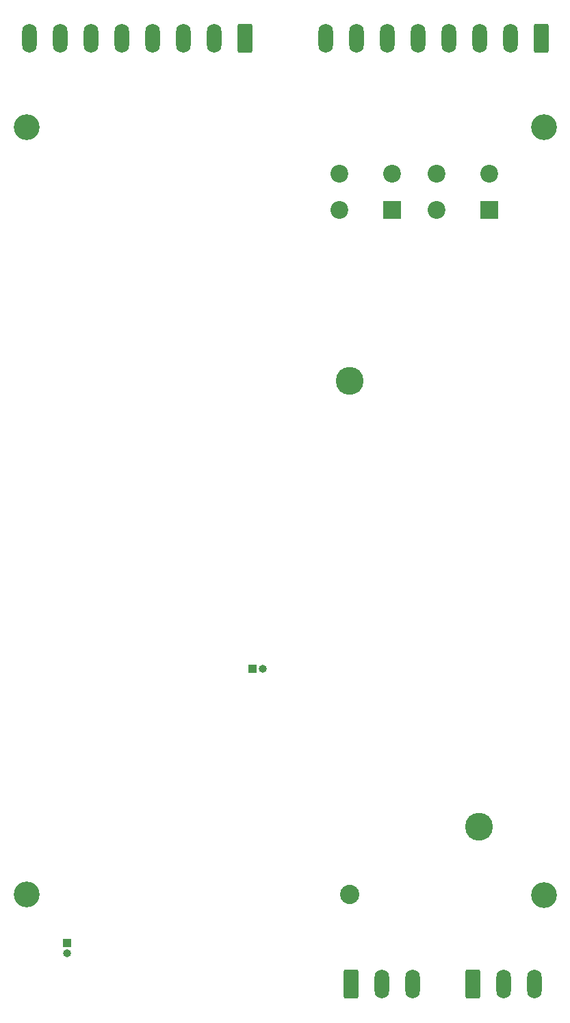
<source format=gbr>
G04 #@! TF.GenerationSoftware,KiCad,Pcbnew,8.0.5-8.0.5-0~ubuntu24.04.1*
G04 #@! TF.CreationDate,2024-10-12T21:44:42+03:00*
G04 #@! TF.ProjectId,esp32-main,65737033-322d-46d6-9169-6e2e6b696361,A*
G04 #@! TF.SameCoordinates,Original*
G04 #@! TF.FileFunction,Soldermask,Bot*
G04 #@! TF.FilePolarity,Negative*
%FSLAX46Y46*%
G04 Gerber Fmt 4.6, Leading zero omitted, Abs format (unit mm)*
G04 Created by KiCad (PCBNEW 8.0.5-8.0.5-0~ubuntu24.04.1) date 2024-10-12 21:44:42*
%MOMM*%
%LPD*%
G01*
G04 APERTURE LIST*
G04 Aperture macros list*
%AMRoundRect*
0 Rectangle with rounded corners*
0 $1 Rounding radius*
0 $2 $3 $4 $5 $6 $7 $8 $9 X,Y pos of 4 corners*
0 Add a 4 corners polygon primitive as box body*
4,1,4,$2,$3,$4,$5,$6,$7,$8,$9,$2,$3,0*
0 Add four circle primitives for the rounded corners*
1,1,$1+$1,$2,$3*
1,1,$1+$1,$4,$5*
1,1,$1+$1,$6,$7*
1,1,$1+$1,$8,$9*
0 Add four rect primitives between the rounded corners*
20,1,$1+$1,$2,$3,$4,$5,0*
20,1,$1+$1,$4,$5,$6,$7,0*
20,1,$1+$1,$6,$7,$8,$9,0*
20,1,$1+$1,$8,$9,$2,$3,0*%
G04 Aperture macros list end*
%ADD10RoundRect,0.250000X-0.650000X-1.550000X0.650000X-1.550000X0.650000X1.550000X-0.650000X1.550000X0*%
%ADD11O,1.800000X3.600000*%
%ADD12R,2.200000X2.200000*%
%ADD13C,2.200000*%
%ADD14C,3.200000*%
%ADD15R,1.000000X1.000000*%
%ADD16O,1.000000X1.000000*%
%ADD17RoundRect,0.250000X0.650000X1.550000X-0.650000X1.550000X-0.650000X-1.550000X0.650000X-1.550000X0*%
%ADD18C,2.390000*%
%ADD19C,3.450000*%
G04 APERTURE END LIST*
D10*
X153150000Y-147067500D03*
D11*
X156960000Y-147067500D03*
X160770000Y-147067500D03*
D10*
X168245000Y-147067500D03*
D11*
X172055000Y-147067500D03*
X175865000Y-147067500D03*
D12*
X170250000Y-51250000D03*
D13*
X163750000Y-51250000D03*
X170250000Y-46750000D03*
X163750000Y-46750000D03*
D12*
X158250000Y-51250000D03*
D13*
X151750000Y-51250000D03*
X158250000Y-46750000D03*
X151750000Y-46750000D03*
D14*
X177000000Y-41000000D03*
D15*
X118000000Y-142000000D03*
D16*
X118000000Y-143270000D03*
D14*
X113000000Y-41000000D03*
X177000000Y-136050000D03*
X113000000Y-136000000D03*
D17*
X140000000Y-30000000D03*
D11*
X136190000Y-30000000D03*
X132380000Y-30000000D03*
X128570000Y-30000000D03*
X124760000Y-30000000D03*
X120950000Y-30000000D03*
X117140000Y-30000000D03*
X113330000Y-30000000D03*
D18*
X153000000Y-135930000D03*
D19*
X169000000Y-127600000D03*
X153000000Y-72400000D03*
D17*
X176670000Y-30000000D03*
D11*
X172860000Y-30000000D03*
X169050000Y-30000000D03*
X165240000Y-30000000D03*
X161430000Y-30000000D03*
X157620000Y-30000000D03*
X153810000Y-30000000D03*
X150000000Y-30000000D03*
D15*
X141000000Y-108000000D03*
D16*
X142270000Y-108000000D03*
M02*

</source>
